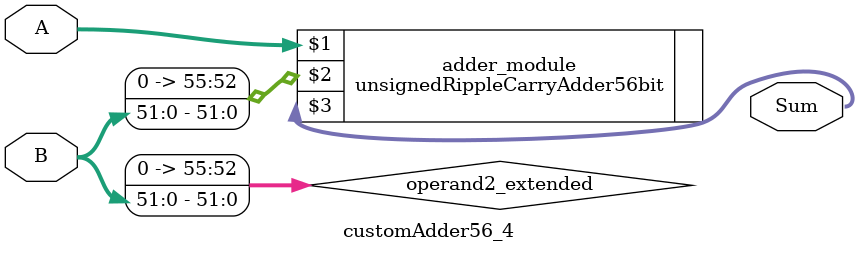
<source format=v>
module customAdder56_4(
                        input [55 : 0] A,
                        input [51 : 0] B,
                        
                        output [56 : 0] Sum
                );

        wire [55 : 0] operand2_extended;
        
        assign operand2_extended =  {4'b0, B};
        
        unsignedRippleCarryAdder56bit adder_module(
            A,
            operand2_extended,
            Sum
        );
        
        endmodule
        
</source>
